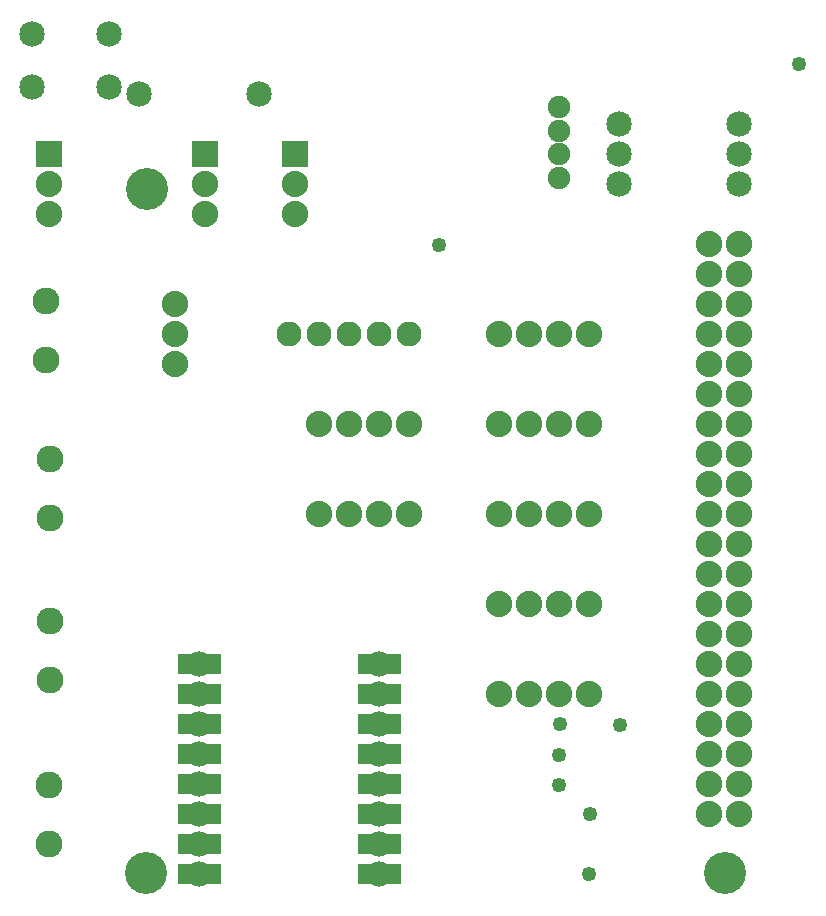
<source format=gts>
G04 MADE WITH FRITZING*
G04 WWW.FRITZING.ORG*
G04 DOUBLE SIDED*
G04 HOLES PLATED*
G04 CONTOUR ON CENTER OF CONTOUR VECTOR*
%ASAXBY*%
%FSLAX23Y23*%
%MOIN*%
%OFA0B0*%
%SFA1.0B1.0*%
%ADD10C,0.049370*%
%ADD11C,0.085000*%
%ADD12C,0.088000*%
%ADD13C,0.140000*%
%ADD14C,0.075000*%
%ADD15C,0.090000*%
%ADD16C,0.083379*%
%ADD17C,0.084000*%
%ADD18R,0.088000X0.088000*%
%ADD19R,0.001000X0.001000*%
%LNMASK1*%
G90*
G70*
G54D10*
X2080Y335D03*
X1980Y634D03*
X2180Y633D03*
X1579Y2232D03*
X2779Y2834D03*
X1979Y533D03*
X1979Y433D03*
X2079Y134D03*
G54D11*
X479Y2757D03*
X223Y2757D03*
X479Y2934D03*
X223Y2934D03*
G54D12*
X799Y2534D03*
X799Y2434D03*
X799Y2334D03*
G54D13*
X606Y2420D03*
X606Y2420D03*
X2530Y139D03*
X2530Y139D03*
X603Y138D03*
X603Y138D03*
G54D14*
X1979Y2455D03*
X1979Y2534D03*
X1979Y2612D03*
X1979Y2691D03*
G54D15*
X280Y978D03*
X280Y781D03*
X280Y1518D03*
X280Y1321D03*
G54D16*
X1479Y1934D03*
X1379Y1934D03*
X1279Y1934D03*
X1179Y1934D03*
X1079Y1934D03*
G54D12*
X699Y2034D03*
X699Y1934D03*
X699Y1834D03*
G54D15*
X279Y431D03*
X279Y234D03*
G54D11*
X979Y2734D03*
X579Y2734D03*
X2579Y2634D03*
X2179Y2634D03*
X2579Y2534D03*
X2179Y2534D03*
X2579Y2434D03*
X2179Y2434D03*
G54D12*
X1099Y2534D03*
X1099Y2434D03*
X1099Y2334D03*
X279Y2534D03*
X279Y2434D03*
X279Y2334D03*
X2079Y734D03*
X1979Y734D03*
X1879Y734D03*
X1779Y734D03*
X1479Y1334D03*
X1379Y1334D03*
X1279Y1334D03*
X1179Y1334D03*
X1479Y1634D03*
X1379Y1634D03*
X1279Y1634D03*
X1179Y1634D03*
X2079Y1034D03*
X1979Y1034D03*
X1879Y1034D03*
X1779Y1034D03*
X2079Y1634D03*
X1979Y1634D03*
X1879Y1634D03*
X1779Y1634D03*
G54D15*
X268Y2046D03*
X268Y1849D03*
G54D12*
X2579Y334D03*
X2579Y434D03*
X2579Y534D03*
X2579Y634D03*
X2579Y734D03*
X2579Y834D03*
X2579Y934D03*
X2579Y1034D03*
X2579Y1134D03*
X2579Y1234D03*
X2579Y1334D03*
X2579Y1434D03*
X2579Y1534D03*
X2579Y1634D03*
X2579Y1734D03*
X2579Y1834D03*
X2579Y1934D03*
X2579Y2034D03*
X2579Y2134D03*
X2579Y2234D03*
X2579Y334D03*
X2579Y434D03*
X2579Y534D03*
X2579Y634D03*
X2579Y734D03*
X2579Y834D03*
X2579Y934D03*
X2579Y1034D03*
X2579Y1134D03*
X2579Y1234D03*
X2579Y1334D03*
X2579Y1434D03*
X2579Y1534D03*
X2579Y1634D03*
X2579Y1734D03*
X2579Y1834D03*
X2579Y1934D03*
X2579Y2034D03*
X2579Y2134D03*
X2579Y2234D03*
X2479Y2234D03*
X2479Y2134D03*
X2479Y2034D03*
X2479Y1934D03*
X2479Y1834D03*
X2479Y1734D03*
X2479Y1634D03*
X2479Y1534D03*
X2479Y1434D03*
X2479Y1334D03*
X2479Y1234D03*
X2479Y1134D03*
X2479Y1034D03*
X2479Y934D03*
X2479Y834D03*
X2479Y734D03*
X2479Y634D03*
X2479Y534D03*
X2479Y434D03*
X2479Y334D03*
X2079Y1934D03*
X1979Y1934D03*
X1879Y1934D03*
X1779Y1934D03*
X2079Y1334D03*
X1979Y1334D03*
X1879Y1334D03*
X1779Y1334D03*
G54D17*
X779Y134D03*
X779Y234D03*
X779Y334D03*
X779Y434D03*
X779Y534D03*
X779Y634D03*
X779Y734D03*
X779Y834D03*
X1379Y834D03*
X1379Y734D03*
X1379Y634D03*
X1379Y534D03*
X1379Y434D03*
X1379Y334D03*
X1379Y234D03*
X1379Y134D03*
G54D18*
X799Y2534D03*
X1099Y2534D03*
X279Y2534D03*
G54D19*
X710Y867D02*
X850Y867D01*
X1310Y867D02*
X1450Y867D01*
X710Y866D02*
X850Y866D01*
X1310Y866D02*
X1450Y866D01*
X710Y865D02*
X850Y865D01*
X1310Y865D02*
X1450Y865D01*
X710Y864D02*
X850Y864D01*
X1310Y864D02*
X1450Y864D01*
X710Y863D02*
X850Y863D01*
X1310Y863D02*
X1450Y863D01*
X710Y862D02*
X850Y862D01*
X1310Y862D02*
X1450Y862D01*
X710Y861D02*
X850Y861D01*
X1310Y861D02*
X1450Y861D01*
X710Y860D02*
X850Y860D01*
X1310Y860D02*
X1450Y860D01*
X710Y859D02*
X850Y859D01*
X1310Y859D02*
X1450Y859D01*
X710Y858D02*
X850Y858D01*
X1310Y858D02*
X1450Y858D01*
X710Y857D02*
X773Y857D01*
X786Y857D02*
X850Y857D01*
X1310Y857D02*
X1373Y857D01*
X1386Y857D02*
X1450Y857D01*
X710Y856D02*
X770Y856D01*
X789Y856D02*
X850Y856D01*
X1310Y856D02*
X1370Y856D01*
X1389Y856D02*
X1450Y856D01*
X710Y855D02*
X768Y855D01*
X791Y855D02*
X850Y855D01*
X1310Y855D02*
X1368Y855D01*
X1391Y855D02*
X1450Y855D01*
X710Y854D02*
X767Y854D01*
X793Y854D02*
X850Y854D01*
X1310Y854D02*
X1366Y854D01*
X1393Y854D02*
X1450Y854D01*
X710Y853D02*
X765Y853D01*
X794Y853D02*
X850Y853D01*
X1310Y853D02*
X1365Y853D01*
X1394Y853D02*
X1450Y853D01*
X710Y852D02*
X764Y852D01*
X796Y852D02*
X850Y852D01*
X1310Y852D02*
X1364Y852D01*
X1396Y852D02*
X1450Y852D01*
X710Y851D02*
X763Y851D01*
X797Y851D02*
X850Y851D01*
X1310Y851D02*
X1363Y851D01*
X1397Y851D02*
X1450Y851D01*
X710Y850D02*
X762Y850D01*
X798Y850D02*
X850Y850D01*
X1310Y850D02*
X1362Y850D01*
X1398Y850D02*
X1450Y850D01*
X710Y849D02*
X761Y849D01*
X799Y849D02*
X850Y849D01*
X1310Y849D02*
X1361Y849D01*
X1398Y849D02*
X1450Y849D01*
X710Y848D02*
X760Y848D01*
X799Y848D02*
X850Y848D01*
X1310Y848D02*
X1360Y848D01*
X1399Y848D02*
X1450Y848D01*
X710Y847D02*
X760Y847D01*
X800Y847D02*
X850Y847D01*
X1310Y847D02*
X1359Y847D01*
X1400Y847D02*
X1450Y847D01*
X710Y846D02*
X759Y846D01*
X801Y846D02*
X850Y846D01*
X1310Y846D02*
X1359Y846D01*
X1401Y846D02*
X1450Y846D01*
X710Y845D02*
X758Y845D01*
X801Y845D02*
X850Y845D01*
X1310Y845D02*
X1358Y845D01*
X1401Y845D02*
X1450Y845D01*
X710Y844D02*
X758Y844D01*
X802Y844D02*
X850Y844D01*
X1310Y844D02*
X1358Y844D01*
X1402Y844D02*
X1450Y844D01*
X710Y843D02*
X757Y843D01*
X802Y843D02*
X850Y843D01*
X1310Y843D02*
X1357Y843D01*
X1402Y843D02*
X1450Y843D01*
X710Y842D02*
X757Y842D01*
X803Y842D02*
X850Y842D01*
X1310Y842D02*
X1357Y842D01*
X1403Y842D02*
X1450Y842D01*
X710Y841D02*
X757Y841D01*
X803Y841D02*
X850Y841D01*
X1310Y841D02*
X1357Y841D01*
X1403Y841D02*
X1450Y841D01*
X710Y840D02*
X756Y840D01*
X803Y840D02*
X850Y840D01*
X1310Y840D02*
X1356Y840D01*
X1403Y840D02*
X1450Y840D01*
X710Y839D02*
X756Y839D01*
X803Y839D02*
X850Y839D01*
X1310Y839D02*
X1356Y839D01*
X1403Y839D02*
X1450Y839D01*
X710Y838D02*
X756Y838D01*
X804Y838D02*
X850Y838D01*
X1310Y838D02*
X1356Y838D01*
X1403Y838D02*
X1450Y838D01*
X710Y837D02*
X756Y837D01*
X804Y837D02*
X850Y837D01*
X1310Y837D02*
X1356Y837D01*
X1404Y837D02*
X1450Y837D01*
X710Y836D02*
X756Y836D01*
X804Y836D02*
X850Y836D01*
X1310Y836D02*
X1356Y836D01*
X1404Y836D02*
X1450Y836D01*
X710Y835D02*
X756Y835D01*
X804Y835D02*
X850Y835D01*
X1310Y835D02*
X1356Y835D01*
X1404Y835D02*
X1450Y835D01*
X710Y834D02*
X756Y834D01*
X804Y834D02*
X850Y834D01*
X1310Y834D02*
X1356Y834D01*
X1404Y834D02*
X1450Y834D01*
X710Y833D02*
X756Y833D01*
X804Y833D02*
X850Y833D01*
X1310Y833D02*
X1356Y833D01*
X1404Y833D02*
X1450Y833D01*
X710Y832D02*
X756Y832D01*
X804Y832D02*
X850Y832D01*
X1310Y832D02*
X1356Y832D01*
X1404Y832D02*
X1450Y832D01*
X710Y831D02*
X756Y831D01*
X804Y831D02*
X850Y831D01*
X1310Y831D02*
X1356Y831D01*
X1404Y831D02*
X1450Y831D01*
X710Y830D02*
X756Y830D01*
X803Y830D02*
X850Y830D01*
X1310Y830D02*
X1356Y830D01*
X1403Y830D02*
X1450Y830D01*
X710Y829D02*
X756Y829D01*
X803Y829D02*
X850Y829D01*
X1310Y829D02*
X1356Y829D01*
X1403Y829D02*
X1450Y829D01*
X710Y828D02*
X757Y828D01*
X803Y828D02*
X850Y828D01*
X1310Y828D02*
X1357Y828D01*
X1403Y828D02*
X1450Y828D01*
X710Y827D02*
X757Y827D01*
X803Y827D02*
X850Y827D01*
X1310Y827D02*
X1357Y827D01*
X1403Y827D02*
X1450Y827D01*
X710Y826D02*
X757Y826D01*
X802Y826D02*
X850Y826D01*
X1310Y826D02*
X1357Y826D01*
X1402Y826D02*
X1450Y826D01*
X710Y825D02*
X758Y825D01*
X802Y825D02*
X850Y825D01*
X1310Y825D02*
X1358Y825D01*
X1402Y825D02*
X1450Y825D01*
X710Y824D02*
X758Y824D01*
X801Y824D02*
X850Y824D01*
X1310Y824D02*
X1358Y824D01*
X1401Y824D02*
X1450Y824D01*
X710Y823D02*
X759Y823D01*
X801Y823D02*
X850Y823D01*
X1310Y823D02*
X1359Y823D01*
X1401Y823D02*
X1450Y823D01*
X710Y822D02*
X759Y822D01*
X800Y822D02*
X850Y822D01*
X1310Y822D02*
X1359Y822D01*
X1400Y822D02*
X1450Y822D01*
X710Y821D02*
X760Y821D01*
X800Y821D02*
X850Y821D01*
X1310Y821D02*
X1360Y821D01*
X1400Y821D02*
X1450Y821D01*
X710Y820D02*
X761Y820D01*
X799Y820D02*
X850Y820D01*
X1310Y820D02*
X1361Y820D01*
X1399Y820D02*
X1450Y820D01*
X710Y819D02*
X762Y819D01*
X798Y819D02*
X850Y819D01*
X1310Y819D02*
X1362Y819D01*
X1398Y819D02*
X1450Y819D01*
X710Y818D02*
X762Y818D01*
X797Y818D02*
X850Y818D01*
X1310Y818D02*
X1362Y818D01*
X1397Y818D02*
X1450Y818D01*
X710Y817D02*
X763Y817D01*
X796Y817D02*
X850Y817D01*
X1310Y817D02*
X1363Y817D01*
X1396Y817D02*
X1450Y817D01*
X710Y816D02*
X765Y816D01*
X795Y816D02*
X850Y816D01*
X1310Y816D02*
X1365Y816D01*
X1395Y816D02*
X1450Y816D01*
X710Y815D02*
X766Y815D01*
X794Y815D02*
X850Y815D01*
X1310Y815D02*
X1366Y815D01*
X1394Y815D02*
X1450Y815D01*
X710Y814D02*
X767Y814D01*
X792Y814D02*
X850Y814D01*
X1310Y814D02*
X1367Y814D01*
X1392Y814D02*
X1450Y814D01*
X710Y813D02*
X769Y813D01*
X790Y813D02*
X850Y813D01*
X1310Y813D02*
X1369Y813D01*
X1390Y813D02*
X1450Y813D01*
X710Y812D02*
X772Y812D01*
X788Y812D02*
X850Y812D01*
X1310Y812D02*
X1372Y812D01*
X1388Y812D02*
X1450Y812D01*
X710Y811D02*
X850Y811D01*
X1310Y811D02*
X1450Y811D01*
X710Y810D02*
X850Y810D01*
X1310Y810D02*
X1450Y810D01*
X710Y809D02*
X850Y809D01*
X1310Y809D02*
X1450Y809D01*
X710Y808D02*
X850Y808D01*
X1310Y808D02*
X1450Y808D01*
X710Y807D02*
X850Y807D01*
X1310Y807D02*
X1450Y807D01*
X710Y806D02*
X850Y806D01*
X1310Y806D02*
X1450Y806D01*
X710Y805D02*
X850Y805D01*
X1310Y805D02*
X1450Y805D01*
X710Y804D02*
X850Y804D01*
X1310Y804D02*
X1450Y804D01*
X710Y803D02*
X850Y803D01*
X1310Y803D02*
X1450Y803D01*
X710Y802D02*
X850Y802D01*
X1310Y802D02*
X1450Y802D01*
X710Y801D02*
X850Y801D01*
X1310Y801D02*
X1450Y801D01*
X780Y768D02*
X780Y768D01*
X1380Y768D02*
X1380Y768D01*
X710Y767D02*
X850Y767D01*
X1310Y767D02*
X1450Y767D01*
X710Y766D02*
X850Y766D01*
X1310Y766D02*
X1450Y766D01*
X710Y765D02*
X850Y765D01*
X1310Y765D02*
X1450Y765D01*
X710Y764D02*
X850Y764D01*
X1310Y764D02*
X1450Y764D01*
X710Y763D02*
X850Y763D01*
X1310Y763D02*
X1450Y763D01*
X710Y762D02*
X850Y762D01*
X1310Y762D02*
X1450Y762D01*
X710Y761D02*
X850Y761D01*
X1310Y761D02*
X1450Y761D01*
X710Y760D02*
X850Y760D01*
X1310Y760D02*
X1450Y760D01*
X710Y759D02*
X850Y759D01*
X1310Y759D02*
X1450Y759D01*
X710Y758D02*
X850Y758D01*
X1310Y758D02*
X1450Y758D01*
X710Y757D02*
X773Y757D01*
X786Y757D02*
X850Y757D01*
X1310Y757D02*
X1373Y757D01*
X1386Y757D02*
X1450Y757D01*
X710Y756D02*
X770Y756D01*
X789Y756D02*
X850Y756D01*
X1310Y756D02*
X1370Y756D01*
X1389Y756D02*
X1450Y756D01*
X710Y755D02*
X768Y755D01*
X791Y755D02*
X850Y755D01*
X1310Y755D02*
X1368Y755D01*
X1391Y755D02*
X1450Y755D01*
X710Y754D02*
X767Y754D01*
X793Y754D02*
X850Y754D01*
X1310Y754D02*
X1366Y754D01*
X1393Y754D02*
X1450Y754D01*
X710Y753D02*
X765Y753D01*
X794Y753D02*
X850Y753D01*
X1310Y753D02*
X1365Y753D01*
X1394Y753D02*
X1450Y753D01*
X710Y752D02*
X764Y752D01*
X796Y752D02*
X850Y752D01*
X1310Y752D02*
X1364Y752D01*
X1396Y752D02*
X1450Y752D01*
X710Y751D02*
X763Y751D01*
X797Y751D02*
X850Y751D01*
X1310Y751D02*
X1363Y751D01*
X1397Y751D02*
X1450Y751D01*
X710Y750D02*
X762Y750D01*
X798Y750D02*
X850Y750D01*
X1310Y750D02*
X1362Y750D01*
X1398Y750D02*
X1450Y750D01*
X710Y749D02*
X761Y749D01*
X799Y749D02*
X850Y749D01*
X1310Y749D02*
X1361Y749D01*
X1398Y749D02*
X1450Y749D01*
X710Y748D02*
X760Y748D01*
X799Y748D02*
X850Y748D01*
X1310Y748D02*
X1360Y748D01*
X1399Y748D02*
X1450Y748D01*
X710Y747D02*
X760Y747D01*
X800Y747D02*
X850Y747D01*
X1310Y747D02*
X1359Y747D01*
X1400Y747D02*
X1450Y747D01*
X710Y746D02*
X759Y746D01*
X801Y746D02*
X850Y746D01*
X1310Y746D02*
X1359Y746D01*
X1401Y746D02*
X1450Y746D01*
X710Y745D02*
X758Y745D01*
X801Y745D02*
X850Y745D01*
X1310Y745D02*
X1358Y745D01*
X1401Y745D02*
X1450Y745D01*
X710Y744D02*
X758Y744D01*
X802Y744D02*
X850Y744D01*
X1310Y744D02*
X1358Y744D01*
X1402Y744D02*
X1450Y744D01*
X710Y743D02*
X757Y743D01*
X802Y743D02*
X850Y743D01*
X1310Y743D02*
X1357Y743D01*
X1402Y743D02*
X1450Y743D01*
X710Y742D02*
X757Y742D01*
X803Y742D02*
X850Y742D01*
X1310Y742D02*
X1357Y742D01*
X1403Y742D02*
X1450Y742D01*
X710Y741D02*
X757Y741D01*
X803Y741D02*
X850Y741D01*
X1310Y741D02*
X1357Y741D01*
X1403Y741D02*
X1450Y741D01*
X710Y740D02*
X756Y740D01*
X803Y740D02*
X850Y740D01*
X1310Y740D02*
X1356Y740D01*
X1403Y740D02*
X1450Y740D01*
X710Y739D02*
X756Y739D01*
X803Y739D02*
X850Y739D01*
X1310Y739D02*
X1356Y739D01*
X1403Y739D02*
X1450Y739D01*
X710Y738D02*
X756Y738D01*
X804Y738D02*
X850Y738D01*
X1310Y738D02*
X1356Y738D01*
X1403Y738D02*
X1450Y738D01*
X710Y737D02*
X756Y737D01*
X804Y737D02*
X850Y737D01*
X1310Y737D02*
X1356Y737D01*
X1404Y737D02*
X1450Y737D01*
X710Y736D02*
X756Y736D01*
X804Y736D02*
X850Y736D01*
X1310Y736D02*
X1356Y736D01*
X1404Y736D02*
X1450Y736D01*
X710Y735D02*
X756Y735D01*
X804Y735D02*
X850Y735D01*
X1310Y735D02*
X1356Y735D01*
X1404Y735D02*
X1450Y735D01*
X710Y734D02*
X756Y734D01*
X804Y734D02*
X850Y734D01*
X1310Y734D02*
X1356Y734D01*
X1404Y734D02*
X1450Y734D01*
X710Y733D02*
X756Y733D01*
X804Y733D02*
X850Y733D01*
X1310Y733D02*
X1356Y733D01*
X1404Y733D02*
X1450Y733D01*
X710Y732D02*
X756Y732D01*
X804Y732D02*
X850Y732D01*
X1310Y732D02*
X1356Y732D01*
X1404Y732D02*
X1450Y732D01*
X710Y731D02*
X756Y731D01*
X804Y731D02*
X850Y731D01*
X1310Y731D02*
X1356Y731D01*
X1404Y731D02*
X1450Y731D01*
X710Y730D02*
X756Y730D01*
X803Y730D02*
X850Y730D01*
X1310Y730D02*
X1356Y730D01*
X1403Y730D02*
X1450Y730D01*
X710Y729D02*
X756Y729D01*
X803Y729D02*
X850Y729D01*
X1310Y729D02*
X1356Y729D01*
X1403Y729D02*
X1450Y729D01*
X710Y728D02*
X757Y728D01*
X803Y728D02*
X850Y728D01*
X1310Y728D02*
X1357Y728D01*
X1403Y728D02*
X1450Y728D01*
X710Y727D02*
X757Y727D01*
X803Y727D02*
X850Y727D01*
X1310Y727D02*
X1357Y727D01*
X1403Y727D02*
X1450Y727D01*
X710Y726D02*
X757Y726D01*
X802Y726D02*
X850Y726D01*
X1310Y726D02*
X1357Y726D01*
X1402Y726D02*
X1450Y726D01*
X710Y725D02*
X758Y725D01*
X802Y725D02*
X850Y725D01*
X1310Y725D02*
X1358Y725D01*
X1402Y725D02*
X1450Y725D01*
X710Y724D02*
X758Y724D01*
X801Y724D02*
X850Y724D01*
X1310Y724D02*
X1358Y724D01*
X1401Y724D02*
X1450Y724D01*
X710Y723D02*
X759Y723D01*
X801Y723D02*
X850Y723D01*
X1310Y723D02*
X1359Y723D01*
X1401Y723D02*
X1450Y723D01*
X710Y722D02*
X759Y722D01*
X800Y722D02*
X850Y722D01*
X1310Y722D02*
X1359Y722D01*
X1400Y722D02*
X1450Y722D01*
X710Y721D02*
X760Y721D01*
X800Y721D02*
X850Y721D01*
X1310Y721D02*
X1360Y721D01*
X1400Y721D02*
X1450Y721D01*
X710Y720D02*
X761Y720D01*
X799Y720D02*
X850Y720D01*
X1310Y720D02*
X1361Y720D01*
X1399Y720D02*
X1450Y720D01*
X710Y719D02*
X762Y719D01*
X798Y719D02*
X850Y719D01*
X1310Y719D02*
X1362Y719D01*
X1398Y719D02*
X1450Y719D01*
X710Y718D02*
X762Y718D01*
X797Y718D02*
X850Y718D01*
X1310Y718D02*
X1362Y718D01*
X1397Y718D02*
X1450Y718D01*
X710Y717D02*
X763Y717D01*
X796Y717D02*
X850Y717D01*
X1310Y717D02*
X1363Y717D01*
X1396Y717D02*
X1450Y717D01*
X710Y716D02*
X765Y716D01*
X795Y716D02*
X850Y716D01*
X1310Y716D02*
X1365Y716D01*
X1395Y716D02*
X1450Y716D01*
X710Y715D02*
X766Y715D01*
X794Y715D02*
X850Y715D01*
X1310Y715D02*
X1366Y715D01*
X1394Y715D02*
X1450Y715D01*
X710Y714D02*
X767Y714D01*
X792Y714D02*
X850Y714D01*
X1310Y714D02*
X1367Y714D01*
X1392Y714D02*
X1450Y714D01*
X710Y713D02*
X769Y713D01*
X790Y713D02*
X850Y713D01*
X1310Y713D02*
X1369Y713D01*
X1390Y713D02*
X1450Y713D01*
X710Y712D02*
X772Y712D01*
X788Y712D02*
X850Y712D01*
X1310Y712D02*
X1372Y712D01*
X1388Y712D02*
X1450Y712D01*
X710Y711D02*
X850Y711D01*
X1310Y711D02*
X1450Y711D01*
X710Y710D02*
X850Y710D01*
X1310Y710D02*
X1450Y710D01*
X710Y709D02*
X850Y709D01*
X1310Y709D02*
X1450Y709D01*
X710Y708D02*
X850Y708D01*
X1310Y708D02*
X1450Y708D01*
X710Y707D02*
X850Y707D01*
X1310Y707D02*
X1450Y707D01*
X710Y706D02*
X850Y706D01*
X1310Y706D02*
X1450Y706D01*
X710Y705D02*
X850Y705D01*
X1310Y705D02*
X1450Y705D01*
X710Y704D02*
X850Y704D01*
X1310Y704D02*
X1450Y704D01*
X710Y703D02*
X850Y703D01*
X1310Y703D02*
X1450Y703D01*
X710Y702D02*
X850Y702D01*
X1310Y702D02*
X1450Y702D01*
X710Y701D02*
X850Y701D01*
X1310Y701D02*
X1450Y701D01*
X780Y668D02*
X780Y668D01*
X1380Y668D02*
X1380Y668D01*
X710Y667D02*
X850Y667D01*
X1310Y667D02*
X1450Y667D01*
X710Y666D02*
X850Y666D01*
X1310Y666D02*
X1450Y666D01*
X710Y665D02*
X850Y665D01*
X1310Y665D02*
X1450Y665D01*
X710Y664D02*
X850Y664D01*
X1310Y664D02*
X1450Y664D01*
X710Y663D02*
X850Y663D01*
X1310Y663D02*
X1450Y663D01*
X710Y662D02*
X850Y662D01*
X1310Y662D02*
X1450Y662D01*
X710Y661D02*
X850Y661D01*
X1310Y661D02*
X1450Y661D01*
X710Y660D02*
X850Y660D01*
X1310Y660D02*
X1450Y660D01*
X710Y659D02*
X850Y659D01*
X1310Y659D02*
X1450Y659D01*
X710Y658D02*
X850Y658D01*
X1310Y658D02*
X1450Y658D01*
X710Y657D02*
X773Y657D01*
X786Y657D02*
X850Y657D01*
X1310Y657D02*
X1373Y657D01*
X1386Y657D02*
X1450Y657D01*
X710Y656D02*
X770Y656D01*
X789Y656D02*
X850Y656D01*
X1310Y656D02*
X1370Y656D01*
X1389Y656D02*
X1450Y656D01*
X710Y655D02*
X768Y655D01*
X791Y655D02*
X850Y655D01*
X1310Y655D02*
X1368Y655D01*
X1391Y655D02*
X1450Y655D01*
X710Y654D02*
X767Y654D01*
X793Y654D02*
X850Y654D01*
X1310Y654D02*
X1366Y654D01*
X1393Y654D02*
X1450Y654D01*
X710Y653D02*
X765Y653D01*
X794Y653D02*
X850Y653D01*
X1310Y653D02*
X1365Y653D01*
X1394Y653D02*
X1450Y653D01*
X710Y652D02*
X764Y652D01*
X796Y652D02*
X850Y652D01*
X1310Y652D02*
X1364Y652D01*
X1396Y652D02*
X1450Y652D01*
X710Y651D02*
X763Y651D01*
X797Y651D02*
X850Y651D01*
X1310Y651D02*
X1363Y651D01*
X1397Y651D02*
X1450Y651D01*
X710Y650D02*
X762Y650D01*
X798Y650D02*
X850Y650D01*
X1310Y650D02*
X1362Y650D01*
X1398Y650D02*
X1450Y650D01*
X710Y649D02*
X761Y649D01*
X799Y649D02*
X850Y649D01*
X1310Y649D02*
X1361Y649D01*
X1398Y649D02*
X1450Y649D01*
X710Y648D02*
X760Y648D01*
X799Y648D02*
X850Y648D01*
X1310Y648D02*
X1360Y648D01*
X1399Y648D02*
X1450Y648D01*
X710Y647D02*
X760Y647D01*
X800Y647D02*
X850Y647D01*
X1310Y647D02*
X1359Y647D01*
X1400Y647D02*
X1450Y647D01*
X710Y646D02*
X759Y646D01*
X801Y646D02*
X850Y646D01*
X1310Y646D02*
X1359Y646D01*
X1401Y646D02*
X1450Y646D01*
X710Y645D02*
X758Y645D01*
X801Y645D02*
X850Y645D01*
X1310Y645D02*
X1358Y645D01*
X1401Y645D02*
X1450Y645D01*
X710Y644D02*
X758Y644D01*
X802Y644D02*
X850Y644D01*
X1310Y644D02*
X1358Y644D01*
X1402Y644D02*
X1450Y644D01*
X710Y643D02*
X757Y643D01*
X802Y643D02*
X850Y643D01*
X1310Y643D02*
X1357Y643D01*
X1402Y643D02*
X1450Y643D01*
X710Y642D02*
X757Y642D01*
X803Y642D02*
X850Y642D01*
X1310Y642D02*
X1357Y642D01*
X1403Y642D02*
X1450Y642D01*
X710Y641D02*
X757Y641D01*
X803Y641D02*
X850Y641D01*
X1310Y641D02*
X1357Y641D01*
X1403Y641D02*
X1450Y641D01*
X710Y640D02*
X756Y640D01*
X803Y640D02*
X850Y640D01*
X1310Y640D02*
X1356Y640D01*
X1403Y640D02*
X1450Y640D01*
X710Y639D02*
X756Y639D01*
X803Y639D02*
X850Y639D01*
X1310Y639D02*
X1356Y639D01*
X1403Y639D02*
X1450Y639D01*
X710Y638D02*
X756Y638D01*
X804Y638D02*
X850Y638D01*
X1310Y638D02*
X1356Y638D01*
X1403Y638D02*
X1450Y638D01*
X710Y637D02*
X756Y637D01*
X804Y637D02*
X850Y637D01*
X1310Y637D02*
X1356Y637D01*
X1404Y637D02*
X1450Y637D01*
X710Y636D02*
X756Y636D01*
X804Y636D02*
X850Y636D01*
X1310Y636D02*
X1356Y636D01*
X1404Y636D02*
X1450Y636D01*
X710Y635D02*
X756Y635D01*
X804Y635D02*
X850Y635D01*
X1310Y635D02*
X1356Y635D01*
X1404Y635D02*
X1450Y635D01*
X710Y634D02*
X756Y634D01*
X804Y634D02*
X850Y634D01*
X1310Y634D02*
X1356Y634D01*
X1404Y634D02*
X1450Y634D01*
X710Y633D02*
X756Y633D01*
X804Y633D02*
X850Y633D01*
X1310Y633D02*
X1356Y633D01*
X1404Y633D02*
X1450Y633D01*
X710Y632D02*
X756Y632D01*
X804Y632D02*
X850Y632D01*
X1310Y632D02*
X1356Y632D01*
X1404Y632D02*
X1450Y632D01*
X710Y631D02*
X756Y631D01*
X804Y631D02*
X850Y631D01*
X1310Y631D02*
X1356Y631D01*
X1404Y631D02*
X1450Y631D01*
X710Y630D02*
X756Y630D01*
X803Y630D02*
X850Y630D01*
X1310Y630D02*
X1356Y630D01*
X1403Y630D02*
X1450Y630D01*
X710Y629D02*
X756Y629D01*
X803Y629D02*
X850Y629D01*
X1310Y629D02*
X1356Y629D01*
X1403Y629D02*
X1450Y629D01*
X710Y628D02*
X757Y628D01*
X803Y628D02*
X850Y628D01*
X1310Y628D02*
X1357Y628D01*
X1403Y628D02*
X1450Y628D01*
X710Y627D02*
X757Y627D01*
X803Y627D02*
X850Y627D01*
X1310Y627D02*
X1357Y627D01*
X1403Y627D02*
X1450Y627D01*
X710Y626D02*
X757Y626D01*
X802Y626D02*
X850Y626D01*
X1310Y626D02*
X1357Y626D01*
X1402Y626D02*
X1450Y626D01*
X710Y625D02*
X758Y625D01*
X802Y625D02*
X850Y625D01*
X1310Y625D02*
X1358Y625D01*
X1402Y625D02*
X1450Y625D01*
X710Y624D02*
X758Y624D01*
X801Y624D02*
X850Y624D01*
X1310Y624D02*
X1358Y624D01*
X1401Y624D02*
X1450Y624D01*
X710Y623D02*
X759Y623D01*
X801Y623D02*
X850Y623D01*
X1310Y623D02*
X1359Y623D01*
X1401Y623D02*
X1450Y623D01*
X710Y622D02*
X759Y622D01*
X800Y622D02*
X850Y622D01*
X1310Y622D02*
X1359Y622D01*
X1400Y622D02*
X1450Y622D01*
X710Y621D02*
X760Y621D01*
X800Y621D02*
X850Y621D01*
X1310Y621D02*
X1360Y621D01*
X1400Y621D02*
X1450Y621D01*
X710Y620D02*
X761Y620D01*
X799Y620D02*
X850Y620D01*
X1310Y620D02*
X1361Y620D01*
X1399Y620D02*
X1450Y620D01*
X710Y619D02*
X762Y619D01*
X798Y619D02*
X850Y619D01*
X1310Y619D02*
X1362Y619D01*
X1398Y619D02*
X1450Y619D01*
X710Y618D02*
X762Y618D01*
X797Y618D02*
X850Y618D01*
X1310Y618D02*
X1362Y618D01*
X1397Y618D02*
X1450Y618D01*
X710Y617D02*
X763Y617D01*
X796Y617D02*
X850Y617D01*
X1310Y617D02*
X1363Y617D01*
X1396Y617D02*
X1450Y617D01*
X710Y616D02*
X765Y616D01*
X795Y616D02*
X850Y616D01*
X1310Y616D02*
X1365Y616D01*
X1395Y616D02*
X1450Y616D01*
X710Y615D02*
X766Y615D01*
X794Y615D02*
X850Y615D01*
X1310Y615D02*
X1366Y615D01*
X1394Y615D02*
X1450Y615D01*
X710Y614D02*
X767Y614D01*
X792Y614D02*
X850Y614D01*
X1310Y614D02*
X1367Y614D01*
X1392Y614D02*
X1450Y614D01*
X710Y613D02*
X769Y613D01*
X790Y613D02*
X850Y613D01*
X1310Y613D02*
X1369Y613D01*
X1390Y613D02*
X1450Y613D01*
X710Y612D02*
X772Y612D01*
X788Y612D02*
X850Y612D01*
X1310Y612D02*
X1372Y612D01*
X1388Y612D02*
X1450Y612D01*
X710Y611D02*
X850Y611D01*
X1310Y611D02*
X1450Y611D01*
X710Y610D02*
X850Y610D01*
X1310Y610D02*
X1450Y610D01*
X710Y609D02*
X850Y609D01*
X1310Y609D02*
X1450Y609D01*
X710Y608D02*
X850Y608D01*
X1310Y608D02*
X1450Y608D01*
X710Y607D02*
X850Y607D01*
X1310Y607D02*
X1450Y607D01*
X710Y606D02*
X850Y606D01*
X1310Y606D02*
X1450Y606D01*
X710Y605D02*
X850Y605D01*
X1310Y605D02*
X1450Y605D01*
X710Y604D02*
X850Y604D01*
X1310Y604D02*
X1450Y604D01*
X710Y603D02*
X850Y603D01*
X1310Y603D02*
X1450Y603D01*
X710Y602D02*
X850Y602D01*
X1310Y602D02*
X1450Y602D01*
X710Y601D02*
X850Y601D01*
X1310Y601D02*
X1450Y601D01*
X779Y568D02*
X781Y568D01*
X1379Y568D02*
X1380Y568D01*
X710Y567D02*
X850Y567D01*
X1310Y567D02*
X1450Y567D01*
X710Y566D02*
X850Y566D01*
X1310Y566D02*
X1450Y566D01*
X710Y565D02*
X850Y565D01*
X1310Y565D02*
X1450Y565D01*
X710Y564D02*
X850Y564D01*
X1310Y564D02*
X1450Y564D01*
X710Y563D02*
X850Y563D01*
X1310Y563D02*
X1450Y563D01*
X710Y562D02*
X850Y562D01*
X1310Y562D02*
X1450Y562D01*
X710Y561D02*
X850Y561D01*
X1310Y561D02*
X1450Y561D01*
X710Y560D02*
X850Y560D01*
X1310Y560D02*
X1450Y560D01*
X710Y559D02*
X850Y559D01*
X1310Y559D02*
X1450Y559D01*
X710Y558D02*
X850Y558D01*
X1310Y558D02*
X1450Y558D01*
X710Y557D02*
X773Y557D01*
X786Y557D02*
X850Y557D01*
X1310Y557D02*
X1373Y557D01*
X1386Y557D02*
X1450Y557D01*
X710Y556D02*
X770Y556D01*
X789Y556D02*
X850Y556D01*
X1310Y556D02*
X1370Y556D01*
X1389Y556D02*
X1450Y556D01*
X710Y555D02*
X768Y555D01*
X791Y555D02*
X850Y555D01*
X1310Y555D02*
X1368Y555D01*
X1391Y555D02*
X1450Y555D01*
X710Y554D02*
X766Y554D01*
X793Y554D02*
X850Y554D01*
X1310Y554D02*
X1366Y554D01*
X1393Y554D02*
X1450Y554D01*
X710Y553D02*
X765Y553D01*
X794Y553D02*
X850Y553D01*
X1310Y553D02*
X1365Y553D01*
X1394Y553D02*
X1450Y553D01*
X710Y552D02*
X764Y552D01*
X796Y552D02*
X850Y552D01*
X1310Y552D02*
X1364Y552D01*
X1396Y552D02*
X1450Y552D01*
X710Y551D02*
X763Y551D01*
X797Y551D02*
X850Y551D01*
X1310Y551D02*
X1363Y551D01*
X1397Y551D02*
X1450Y551D01*
X710Y550D02*
X762Y550D01*
X798Y550D02*
X850Y550D01*
X1310Y550D02*
X1362Y550D01*
X1398Y550D02*
X1450Y550D01*
X710Y549D02*
X761Y549D01*
X799Y549D02*
X850Y549D01*
X1310Y549D02*
X1361Y549D01*
X1398Y549D02*
X1450Y549D01*
X710Y548D02*
X760Y548D01*
X799Y548D02*
X850Y548D01*
X1310Y548D02*
X1360Y548D01*
X1399Y548D02*
X1450Y548D01*
X710Y547D02*
X760Y547D01*
X800Y547D02*
X850Y547D01*
X1310Y547D02*
X1359Y547D01*
X1400Y547D02*
X1450Y547D01*
X710Y546D02*
X759Y546D01*
X801Y546D02*
X850Y546D01*
X1310Y546D02*
X1359Y546D01*
X1401Y546D02*
X1450Y546D01*
X710Y545D02*
X758Y545D01*
X801Y545D02*
X850Y545D01*
X1310Y545D02*
X1358Y545D01*
X1401Y545D02*
X1450Y545D01*
X710Y544D02*
X758Y544D01*
X802Y544D02*
X850Y544D01*
X1310Y544D02*
X1358Y544D01*
X1402Y544D02*
X1450Y544D01*
X710Y543D02*
X757Y543D01*
X802Y543D02*
X850Y543D01*
X1310Y543D02*
X1357Y543D01*
X1402Y543D02*
X1450Y543D01*
X710Y542D02*
X757Y542D01*
X803Y542D02*
X850Y542D01*
X1310Y542D02*
X1357Y542D01*
X1403Y542D02*
X1450Y542D01*
X710Y541D02*
X757Y541D01*
X803Y541D02*
X850Y541D01*
X1310Y541D02*
X1357Y541D01*
X1403Y541D02*
X1450Y541D01*
X710Y540D02*
X756Y540D01*
X803Y540D02*
X850Y540D01*
X1310Y540D02*
X1356Y540D01*
X1403Y540D02*
X1450Y540D01*
X710Y539D02*
X756Y539D01*
X803Y539D02*
X850Y539D01*
X1310Y539D02*
X1356Y539D01*
X1403Y539D02*
X1450Y539D01*
X710Y538D02*
X756Y538D01*
X804Y538D02*
X850Y538D01*
X1310Y538D02*
X1356Y538D01*
X1403Y538D02*
X1450Y538D01*
X710Y537D02*
X756Y537D01*
X804Y537D02*
X850Y537D01*
X1310Y537D02*
X1356Y537D01*
X1404Y537D02*
X1450Y537D01*
X710Y536D02*
X756Y536D01*
X804Y536D02*
X850Y536D01*
X1310Y536D02*
X1356Y536D01*
X1404Y536D02*
X1450Y536D01*
X710Y535D02*
X756Y535D01*
X804Y535D02*
X850Y535D01*
X1310Y535D02*
X1356Y535D01*
X1404Y535D02*
X1450Y535D01*
X710Y534D02*
X756Y534D01*
X804Y534D02*
X850Y534D01*
X1310Y534D02*
X1356Y534D01*
X1404Y534D02*
X1450Y534D01*
X710Y533D02*
X756Y533D01*
X804Y533D02*
X850Y533D01*
X1310Y533D02*
X1356Y533D01*
X1404Y533D02*
X1450Y533D01*
X710Y532D02*
X756Y532D01*
X804Y532D02*
X850Y532D01*
X1310Y532D02*
X1356Y532D01*
X1404Y532D02*
X1450Y532D01*
X710Y531D02*
X756Y531D01*
X804Y531D02*
X850Y531D01*
X1310Y531D02*
X1356Y531D01*
X1404Y531D02*
X1450Y531D01*
X710Y530D02*
X756Y530D01*
X803Y530D02*
X850Y530D01*
X1310Y530D02*
X1356Y530D01*
X1403Y530D02*
X1450Y530D01*
X710Y529D02*
X756Y529D01*
X803Y529D02*
X850Y529D01*
X1310Y529D02*
X1356Y529D01*
X1403Y529D02*
X1450Y529D01*
X710Y528D02*
X757Y528D01*
X803Y528D02*
X850Y528D01*
X1310Y528D02*
X1357Y528D01*
X1403Y528D02*
X1450Y528D01*
X710Y527D02*
X757Y527D01*
X803Y527D02*
X850Y527D01*
X1310Y527D02*
X1357Y527D01*
X1403Y527D02*
X1450Y527D01*
X710Y526D02*
X757Y526D01*
X802Y526D02*
X850Y526D01*
X1310Y526D02*
X1357Y526D01*
X1402Y526D02*
X1450Y526D01*
X710Y525D02*
X758Y525D01*
X802Y525D02*
X850Y525D01*
X1310Y525D02*
X1358Y525D01*
X1402Y525D02*
X1450Y525D01*
X710Y524D02*
X758Y524D01*
X801Y524D02*
X850Y524D01*
X1310Y524D02*
X1358Y524D01*
X1401Y524D02*
X1450Y524D01*
X710Y523D02*
X759Y523D01*
X801Y523D02*
X850Y523D01*
X1310Y523D02*
X1359Y523D01*
X1401Y523D02*
X1450Y523D01*
X710Y522D02*
X759Y522D01*
X800Y522D02*
X850Y522D01*
X1310Y522D02*
X1359Y522D01*
X1400Y522D02*
X1450Y522D01*
X710Y521D02*
X760Y521D01*
X800Y521D02*
X850Y521D01*
X1310Y521D02*
X1360Y521D01*
X1400Y521D02*
X1450Y521D01*
X710Y520D02*
X761Y520D01*
X799Y520D02*
X850Y520D01*
X1310Y520D02*
X1361Y520D01*
X1399Y520D02*
X1450Y520D01*
X710Y519D02*
X762Y519D01*
X798Y519D02*
X850Y519D01*
X1310Y519D02*
X1362Y519D01*
X1398Y519D02*
X1450Y519D01*
X710Y518D02*
X762Y518D01*
X797Y518D02*
X850Y518D01*
X1310Y518D02*
X1362Y518D01*
X1397Y518D02*
X1450Y518D01*
X710Y517D02*
X763Y517D01*
X796Y517D02*
X850Y517D01*
X1310Y517D02*
X1363Y517D01*
X1396Y517D02*
X1450Y517D01*
X710Y516D02*
X765Y516D01*
X795Y516D02*
X850Y516D01*
X1310Y516D02*
X1365Y516D01*
X1395Y516D02*
X1450Y516D01*
X710Y515D02*
X766Y515D01*
X794Y515D02*
X850Y515D01*
X1310Y515D02*
X1366Y515D01*
X1394Y515D02*
X1450Y515D01*
X710Y514D02*
X767Y514D01*
X792Y514D02*
X850Y514D01*
X1310Y514D02*
X1367Y514D01*
X1392Y514D02*
X1450Y514D01*
X710Y513D02*
X769Y513D01*
X790Y513D02*
X850Y513D01*
X1310Y513D02*
X1369Y513D01*
X1390Y513D02*
X1450Y513D01*
X710Y512D02*
X772Y512D01*
X788Y512D02*
X850Y512D01*
X1310Y512D02*
X1372Y512D01*
X1388Y512D02*
X1450Y512D01*
X710Y511D02*
X850Y511D01*
X1310Y511D02*
X1450Y511D01*
X710Y510D02*
X850Y510D01*
X1310Y510D02*
X1450Y510D01*
X710Y509D02*
X850Y509D01*
X1310Y509D02*
X1450Y509D01*
X710Y508D02*
X850Y508D01*
X1310Y508D02*
X1450Y508D01*
X710Y507D02*
X850Y507D01*
X1310Y507D02*
X1450Y507D01*
X710Y506D02*
X850Y506D01*
X1310Y506D02*
X1450Y506D01*
X710Y505D02*
X850Y505D01*
X1310Y505D02*
X1450Y505D01*
X710Y504D02*
X850Y504D01*
X1310Y504D02*
X1450Y504D01*
X710Y503D02*
X850Y503D01*
X1310Y503D02*
X1450Y503D01*
X710Y502D02*
X850Y502D01*
X1310Y502D02*
X1450Y502D01*
X710Y501D02*
X850Y501D01*
X1310Y501D02*
X1450Y501D01*
X779Y468D02*
X781Y468D01*
X1379Y468D02*
X1380Y468D01*
X710Y467D02*
X850Y467D01*
X1310Y467D02*
X1450Y467D01*
X710Y466D02*
X850Y466D01*
X1310Y466D02*
X1450Y466D01*
X710Y465D02*
X850Y465D01*
X1310Y465D02*
X1450Y465D01*
X710Y464D02*
X850Y464D01*
X1310Y464D02*
X1450Y464D01*
X710Y463D02*
X850Y463D01*
X1310Y463D02*
X1450Y463D01*
X710Y462D02*
X850Y462D01*
X1310Y462D02*
X1450Y462D01*
X710Y461D02*
X850Y461D01*
X1310Y461D02*
X1450Y461D01*
X710Y460D02*
X850Y460D01*
X1310Y460D02*
X1450Y460D01*
X710Y459D02*
X850Y459D01*
X1310Y459D02*
X1450Y459D01*
X710Y458D02*
X850Y458D01*
X1310Y458D02*
X1450Y458D01*
X710Y457D02*
X773Y457D01*
X787Y457D02*
X850Y457D01*
X1310Y457D02*
X1373Y457D01*
X1386Y457D02*
X1450Y457D01*
X710Y456D02*
X770Y456D01*
X789Y456D02*
X850Y456D01*
X1310Y456D02*
X1370Y456D01*
X1389Y456D02*
X1450Y456D01*
X710Y455D02*
X768Y455D01*
X791Y455D02*
X850Y455D01*
X1310Y455D02*
X1368Y455D01*
X1391Y455D02*
X1450Y455D01*
X710Y454D02*
X766Y454D01*
X793Y454D02*
X850Y454D01*
X1310Y454D02*
X1366Y454D01*
X1393Y454D02*
X1450Y454D01*
X710Y453D02*
X765Y453D01*
X794Y453D02*
X850Y453D01*
X1310Y453D02*
X1365Y453D01*
X1394Y453D02*
X1450Y453D01*
X710Y452D02*
X764Y452D01*
X796Y452D02*
X850Y452D01*
X1310Y452D02*
X1364Y452D01*
X1396Y452D02*
X1450Y452D01*
X710Y451D02*
X763Y451D01*
X797Y451D02*
X850Y451D01*
X1310Y451D02*
X1363Y451D01*
X1397Y451D02*
X1450Y451D01*
X710Y450D02*
X762Y450D01*
X798Y450D02*
X850Y450D01*
X1310Y450D02*
X1362Y450D01*
X1398Y450D02*
X1450Y450D01*
X710Y449D02*
X761Y449D01*
X799Y449D02*
X850Y449D01*
X1310Y449D02*
X1361Y449D01*
X1398Y449D02*
X1450Y449D01*
X710Y448D02*
X760Y448D01*
X799Y448D02*
X850Y448D01*
X1310Y448D02*
X1360Y448D01*
X1399Y448D02*
X1450Y448D01*
X710Y447D02*
X760Y447D01*
X800Y447D02*
X850Y447D01*
X1310Y447D02*
X1359Y447D01*
X1400Y447D02*
X1450Y447D01*
X710Y446D02*
X759Y446D01*
X801Y446D02*
X850Y446D01*
X1310Y446D02*
X1359Y446D01*
X1401Y446D02*
X1450Y446D01*
X710Y445D02*
X758Y445D01*
X801Y445D02*
X850Y445D01*
X1310Y445D02*
X1358Y445D01*
X1401Y445D02*
X1450Y445D01*
X710Y444D02*
X758Y444D01*
X802Y444D02*
X850Y444D01*
X1310Y444D02*
X1358Y444D01*
X1402Y444D02*
X1450Y444D01*
X710Y443D02*
X757Y443D01*
X802Y443D02*
X850Y443D01*
X1310Y443D02*
X1357Y443D01*
X1402Y443D02*
X1450Y443D01*
X710Y442D02*
X757Y442D01*
X803Y442D02*
X850Y442D01*
X1310Y442D02*
X1357Y442D01*
X1403Y442D02*
X1450Y442D01*
X710Y441D02*
X757Y441D01*
X803Y441D02*
X850Y441D01*
X1310Y441D02*
X1357Y441D01*
X1403Y441D02*
X1450Y441D01*
X710Y440D02*
X756Y440D01*
X803Y440D02*
X850Y440D01*
X1310Y440D02*
X1356Y440D01*
X1403Y440D02*
X1450Y440D01*
X710Y439D02*
X756Y439D01*
X803Y439D02*
X850Y439D01*
X1310Y439D02*
X1356Y439D01*
X1403Y439D02*
X1450Y439D01*
X710Y438D02*
X756Y438D01*
X804Y438D02*
X850Y438D01*
X1310Y438D02*
X1356Y438D01*
X1403Y438D02*
X1450Y438D01*
X710Y437D02*
X756Y437D01*
X804Y437D02*
X850Y437D01*
X1310Y437D02*
X1356Y437D01*
X1404Y437D02*
X1450Y437D01*
X710Y436D02*
X756Y436D01*
X804Y436D02*
X850Y436D01*
X1310Y436D02*
X1356Y436D01*
X1404Y436D02*
X1450Y436D01*
X710Y435D02*
X756Y435D01*
X804Y435D02*
X850Y435D01*
X1310Y435D02*
X1356Y435D01*
X1404Y435D02*
X1450Y435D01*
X710Y434D02*
X756Y434D01*
X804Y434D02*
X850Y434D01*
X1310Y434D02*
X1356Y434D01*
X1404Y434D02*
X1450Y434D01*
X710Y433D02*
X756Y433D01*
X804Y433D02*
X850Y433D01*
X1310Y433D02*
X1356Y433D01*
X1404Y433D02*
X1450Y433D01*
X710Y432D02*
X756Y432D01*
X804Y432D02*
X850Y432D01*
X1310Y432D02*
X1356Y432D01*
X1404Y432D02*
X1450Y432D01*
X710Y431D02*
X756Y431D01*
X804Y431D02*
X850Y431D01*
X1310Y431D02*
X1356Y431D01*
X1404Y431D02*
X1450Y431D01*
X710Y430D02*
X756Y430D01*
X803Y430D02*
X850Y430D01*
X1310Y430D02*
X1356Y430D01*
X1403Y430D02*
X1450Y430D01*
X710Y429D02*
X756Y429D01*
X803Y429D02*
X850Y429D01*
X1310Y429D02*
X1356Y429D01*
X1403Y429D02*
X1450Y429D01*
X710Y428D02*
X757Y428D01*
X803Y428D02*
X850Y428D01*
X1310Y428D02*
X1357Y428D01*
X1403Y428D02*
X1450Y428D01*
X710Y427D02*
X757Y427D01*
X803Y427D02*
X850Y427D01*
X1310Y427D02*
X1357Y427D01*
X1403Y427D02*
X1450Y427D01*
X710Y426D02*
X757Y426D01*
X802Y426D02*
X850Y426D01*
X1310Y426D02*
X1357Y426D01*
X1402Y426D02*
X1450Y426D01*
X710Y425D02*
X758Y425D01*
X802Y425D02*
X850Y425D01*
X1310Y425D02*
X1358Y425D01*
X1402Y425D02*
X1450Y425D01*
X710Y424D02*
X758Y424D01*
X801Y424D02*
X850Y424D01*
X1310Y424D02*
X1358Y424D01*
X1401Y424D02*
X1450Y424D01*
X710Y423D02*
X759Y423D01*
X801Y423D02*
X850Y423D01*
X1310Y423D02*
X1359Y423D01*
X1401Y423D02*
X1450Y423D01*
X710Y422D02*
X759Y422D01*
X800Y422D02*
X850Y422D01*
X1310Y422D02*
X1359Y422D01*
X1400Y422D02*
X1450Y422D01*
X710Y421D02*
X760Y421D01*
X800Y421D02*
X850Y421D01*
X1310Y421D02*
X1360Y421D01*
X1400Y421D02*
X1450Y421D01*
X710Y420D02*
X761Y420D01*
X799Y420D02*
X850Y420D01*
X1310Y420D02*
X1361Y420D01*
X1399Y420D02*
X1450Y420D01*
X710Y419D02*
X762Y419D01*
X798Y419D02*
X850Y419D01*
X1310Y419D02*
X1362Y419D01*
X1398Y419D02*
X1450Y419D01*
X710Y418D02*
X762Y418D01*
X797Y418D02*
X850Y418D01*
X1310Y418D02*
X1362Y418D01*
X1397Y418D02*
X1450Y418D01*
X710Y417D02*
X764Y417D01*
X796Y417D02*
X850Y417D01*
X1310Y417D02*
X1363Y417D01*
X1396Y417D02*
X1450Y417D01*
X710Y416D02*
X765Y416D01*
X795Y416D02*
X850Y416D01*
X1310Y416D02*
X1365Y416D01*
X1395Y416D02*
X1450Y416D01*
X710Y415D02*
X766Y415D01*
X794Y415D02*
X850Y415D01*
X1310Y415D02*
X1366Y415D01*
X1394Y415D02*
X1450Y415D01*
X710Y414D02*
X767Y414D01*
X792Y414D02*
X850Y414D01*
X1310Y414D02*
X1367Y414D01*
X1392Y414D02*
X1450Y414D01*
X710Y413D02*
X769Y413D01*
X790Y413D02*
X850Y413D01*
X1310Y413D02*
X1369Y413D01*
X1390Y413D02*
X1450Y413D01*
X710Y412D02*
X772Y412D01*
X788Y412D02*
X850Y412D01*
X1310Y412D02*
X1372Y412D01*
X1388Y412D02*
X1450Y412D01*
X710Y411D02*
X850Y411D01*
X1310Y411D02*
X1450Y411D01*
X710Y410D02*
X850Y410D01*
X1310Y410D02*
X1450Y410D01*
X710Y409D02*
X850Y409D01*
X1310Y409D02*
X1450Y409D01*
X710Y408D02*
X850Y408D01*
X1310Y408D02*
X1450Y408D01*
X710Y407D02*
X850Y407D01*
X1310Y407D02*
X1450Y407D01*
X710Y406D02*
X850Y406D01*
X1310Y406D02*
X1450Y406D01*
X710Y405D02*
X850Y405D01*
X1310Y405D02*
X1450Y405D01*
X710Y404D02*
X850Y404D01*
X1310Y404D02*
X1450Y404D01*
X710Y403D02*
X850Y403D01*
X1310Y403D02*
X1450Y403D01*
X710Y402D02*
X850Y402D01*
X1310Y402D02*
X1450Y402D01*
X710Y401D02*
X850Y401D01*
X1310Y401D02*
X1450Y401D01*
X779Y368D02*
X781Y368D01*
X1379Y368D02*
X1381Y368D01*
X710Y367D02*
X850Y367D01*
X1310Y367D02*
X1450Y367D01*
X710Y366D02*
X850Y366D01*
X1310Y366D02*
X1450Y366D01*
X710Y365D02*
X850Y365D01*
X1310Y365D02*
X1450Y365D01*
X710Y364D02*
X850Y364D01*
X1310Y364D02*
X1450Y364D01*
X710Y363D02*
X850Y363D01*
X1310Y363D02*
X1450Y363D01*
X710Y362D02*
X850Y362D01*
X1310Y362D02*
X1450Y362D01*
X710Y361D02*
X850Y361D01*
X1310Y361D02*
X1450Y361D01*
X710Y360D02*
X850Y360D01*
X1310Y360D02*
X1450Y360D01*
X710Y359D02*
X850Y359D01*
X1310Y359D02*
X1450Y359D01*
X710Y358D02*
X850Y358D01*
X1310Y358D02*
X1450Y358D01*
X710Y357D02*
X773Y357D01*
X787Y357D02*
X850Y357D01*
X1310Y357D02*
X1373Y357D01*
X1386Y357D02*
X1450Y357D01*
X710Y356D02*
X770Y356D01*
X790Y356D02*
X850Y356D01*
X1310Y356D02*
X1370Y356D01*
X1389Y356D02*
X1450Y356D01*
X710Y355D02*
X768Y355D01*
X791Y355D02*
X850Y355D01*
X1310Y355D02*
X1368Y355D01*
X1391Y355D02*
X1450Y355D01*
X710Y354D02*
X766Y354D01*
X793Y354D02*
X850Y354D01*
X1310Y354D02*
X1366Y354D01*
X1393Y354D02*
X1450Y354D01*
X710Y353D02*
X765Y353D01*
X794Y353D02*
X850Y353D01*
X1310Y353D02*
X1365Y353D01*
X1394Y353D02*
X1450Y353D01*
X710Y352D02*
X764Y352D01*
X796Y352D02*
X850Y352D01*
X1310Y352D02*
X1364Y352D01*
X1396Y352D02*
X1450Y352D01*
X710Y351D02*
X763Y351D01*
X797Y351D02*
X850Y351D01*
X1310Y351D02*
X1363Y351D01*
X1397Y351D02*
X1450Y351D01*
X710Y350D02*
X762Y350D01*
X798Y350D02*
X850Y350D01*
X1310Y350D02*
X1362Y350D01*
X1398Y350D02*
X1450Y350D01*
X710Y349D02*
X761Y349D01*
X799Y349D02*
X850Y349D01*
X1310Y349D02*
X1361Y349D01*
X1398Y349D02*
X1450Y349D01*
X710Y348D02*
X760Y348D01*
X799Y348D02*
X850Y348D01*
X1310Y348D02*
X1360Y348D01*
X1399Y348D02*
X1450Y348D01*
X710Y347D02*
X760Y347D01*
X800Y347D02*
X850Y347D01*
X1310Y347D02*
X1359Y347D01*
X1400Y347D02*
X1450Y347D01*
X710Y346D02*
X759Y346D01*
X801Y346D02*
X850Y346D01*
X1310Y346D02*
X1359Y346D01*
X1401Y346D02*
X1450Y346D01*
X710Y345D02*
X758Y345D01*
X801Y345D02*
X850Y345D01*
X1310Y345D02*
X1358Y345D01*
X1401Y345D02*
X1450Y345D01*
X710Y344D02*
X758Y344D01*
X802Y344D02*
X850Y344D01*
X1310Y344D02*
X1358Y344D01*
X1402Y344D02*
X1450Y344D01*
X710Y343D02*
X757Y343D01*
X802Y343D02*
X850Y343D01*
X1310Y343D02*
X1357Y343D01*
X1402Y343D02*
X1450Y343D01*
X710Y342D02*
X757Y342D01*
X803Y342D02*
X850Y342D01*
X1310Y342D02*
X1357Y342D01*
X1403Y342D02*
X1450Y342D01*
X710Y341D02*
X757Y341D01*
X803Y341D02*
X850Y341D01*
X1310Y341D02*
X1357Y341D01*
X1403Y341D02*
X1450Y341D01*
X710Y340D02*
X756Y340D01*
X803Y340D02*
X850Y340D01*
X1310Y340D02*
X1356Y340D01*
X1403Y340D02*
X1450Y340D01*
X710Y339D02*
X756Y339D01*
X803Y339D02*
X850Y339D01*
X1310Y339D02*
X1356Y339D01*
X1403Y339D02*
X1450Y339D01*
X710Y338D02*
X756Y338D01*
X804Y338D02*
X850Y338D01*
X1310Y338D02*
X1356Y338D01*
X1403Y338D02*
X1450Y338D01*
X710Y337D02*
X756Y337D01*
X804Y337D02*
X850Y337D01*
X1310Y337D02*
X1356Y337D01*
X1404Y337D02*
X1450Y337D01*
X710Y336D02*
X756Y336D01*
X804Y336D02*
X850Y336D01*
X1310Y336D02*
X1356Y336D01*
X1404Y336D02*
X1450Y336D01*
X710Y335D02*
X756Y335D01*
X804Y335D02*
X850Y335D01*
X1310Y335D02*
X1356Y335D01*
X1404Y335D02*
X1450Y335D01*
X710Y334D02*
X756Y334D01*
X804Y334D02*
X850Y334D01*
X1310Y334D02*
X1356Y334D01*
X1404Y334D02*
X1450Y334D01*
X710Y333D02*
X756Y333D01*
X804Y333D02*
X850Y333D01*
X1310Y333D02*
X1356Y333D01*
X1404Y333D02*
X1450Y333D01*
X710Y332D02*
X756Y332D01*
X804Y332D02*
X850Y332D01*
X1310Y332D02*
X1356Y332D01*
X1404Y332D02*
X1450Y332D01*
X710Y331D02*
X756Y331D01*
X804Y331D02*
X850Y331D01*
X1310Y331D02*
X1356Y331D01*
X1404Y331D02*
X1450Y331D01*
X710Y330D02*
X756Y330D01*
X803Y330D02*
X850Y330D01*
X1310Y330D02*
X1356Y330D01*
X1403Y330D02*
X1450Y330D01*
X710Y329D02*
X756Y329D01*
X803Y329D02*
X850Y329D01*
X1310Y329D02*
X1356Y329D01*
X1403Y329D02*
X1450Y329D01*
X710Y328D02*
X757Y328D01*
X803Y328D02*
X850Y328D01*
X1310Y328D02*
X1357Y328D01*
X1403Y328D02*
X1450Y328D01*
X710Y327D02*
X757Y327D01*
X803Y327D02*
X850Y327D01*
X1310Y327D02*
X1357Y327D01*
X1403Y327D02*
X1450Y327D01*
X710Y326D02*
X757Y326D01*
X802Y326D02*
X850Y326D01*
X1310Y326D02*
X1357Y326D01*
X1402Y326D02*
X1450Y326D01*
X710Y325D02*
X758Y325D01*
X802Y325D02*
X850Y325D01*
X1310Y325D02*
X1358Y325D01*
X1402Y325D02*
X1450Y325D01*
X710Y324D02*
X758Y324D01*
X801Y324D02*
X850Y324D01*
X1310Y324D02*
X1358Y324D01*
X1401Y324D02*
X1450Y324D01*
X710Y323D02*
X759Y323D01*
X801Y323D02*
X850Y323D01*
X1310Y323D02*
X1359Y323D01*
X1401Y323D02*
X1450Y323D01*
X710Y322D02*
X759Y322D01*
X800Y322D02*
X850Y322D01*
X1310Y322D02*
X1359Y322D01*
X1400Y322D02*
X1450Y322D01*
X710Y321D02*
X760Y321D01*
X800Y321D02*
X850Y321D01*
X1310Y321D02*
X1360Y321D01*
X1400Y321D02*
X1450Y321D01*
X710Y320D02*
X761Y320D01*
X799Y320D02*
X850Y320D01*
X1310Y320D02*
X1361Y320D01*
X1399Y320D02*
X1450Y320D01*
X710Y319D02*
X762Y319D01*
X798Y319D02*
X850Y319D01*
X1310Y319D02*
X1362Y319D01*
X1398Y319D02*
X1450Y319D01*
X710Y318D02*
X762Y318D01*
X797Y318D02*
X850Y318D01*
X1310Y318D02*
X1362Y318D01*
X1397Y318D02*
X1450Y318D01*
X710Y317D02*
X764Y317D01*
X796Y317D02*
X850Y317D01*
X1310Y317D02*
X1363Y317D01*
X1396Y317D02*
X1450Y317D01*
X710Y316D02*
X765Y316D01*
X795Y316D02*
X850Y316D01*
X1310Y316D02*
X1365Y316D01*
X1395Y316D02*
X1450Y316D01*
X710Y315D02*
X766Y315D01*
X794Y315D02*
X850Y315D01*
X1310Y315D02*
X1366Y315D01*
X1394Y315D02*
X1450Y315D01*
X710Y314D02*
X768Y314D01*
X792Y314D02*
X850Y314D01*
X1310Y314D02*
X1367Y314D01*
X1392Y314D02*
X1450Y314D01*
X710Y313D02*
X769Y313D01*
X790Y313D02*
X850Y313D01*
X1310Y313D02*
X1369Y313D01*
X1390Y313D02*
X1450Y313D01*
X710Y312D02*
X772Y312D01*
X788Y312D02*
X850Y312D01*
X1310Y312D02*
X1372Y312D01*
X1388Y312D02*
X1450Y312D01*
X710Y311D02*
X850Y311D01*
X1310Y311D02*
X1450Y311D01*
X710Y310D02*
X850Y310D01*
X1310Y310D02*
X1450Y310D01*
X710Y309D02*
X850Y309D01*
X1310Y309D02*
X1450Y309D01*
X710Y308D02*
X850Y308D01*
X1310Y308D02*
X1450Y308D01*
X710Y307D02*
X850Y307D01*
X1310Y307D02*
X1450Y307D01*
X710Y306D02*
X850Y306D01*
X1310Y306D02*
X1450Y306D01*
X710Y305D02*
X850Y305D01*
X1310Y305D02*
X1450Y305D01*
X710Y304D02*
X850Y304D01*
X1310Y304D02*
X1450Y304D01*
X710Y303D02*
X850Y303D01*
X1310Y303D02*
X1450Y303D01*
X710Y302D02*
X850Y302D01*
X1310Y302D02*
X1450Y302D01*
X710Y301D02*
X850Y301D01*
X1310Y301D02*
X1450Y301D01*
X779Y268D02*
X781Y268D01*
X1379Y268D02*
X1381Y268D01*
X710Y267D02*
X850Y267D01*
X1310Y267D02*
X1450Y267D01*
X710Y266D02*
X850Y266D01*
X1310Y266D02*
X1450Y266D01*
X710Y265D02*
X850Y265D01*
X1310Y265D02*
X1450Y265D01*
X710Y264D02*
X850Y264D01*
X1310Y264D02*
X1450Y264D01*
X710Y263D02*
X850Y263D01*
X1310Y263D02*
X1450Y263D01*
X710Y262D02*
X850Y262D01*
X1310Y262D02*
X1450Y262D01*
X710Y261D02*
X850Y261D01*
X1310Y261D02*
X1450Y261D01*
X710Y260D02*
X850Y260D01*
X1310Y260D02*
X1450Y260D01*
X710Y259D02*
X850Y259D01*
X1310Y259D02*
X1450Y259D01*
X710Y258D02*
X850Y258D01*
X1310Y258D02*
X1450Y258D01*
X710Y257D02*
X773Y257D01*
X787Y257D02*
X850Y257D01*
X1310Y257D02*
X1373Y257D01*
X1387Y257D02*
X1450Y257D01*
X710Y256D02*
X770Y256D01*
X790Y256D02*
X850Y256D01*
X1310Y256D02*
X1370Y256D01*
X1389Y256D02*
X1450Y256D01*
X710Y255D02*
X768Y255D01*
X791Y255D02*
X850Y255D01*
X1310Y255D02*
X1368Y255D01*
X1391Y255D02*
X1450Y255D01*
X710Y254D02*
X766Y254D01*
X793Y254D02*
X850Y254D01*
X1310Y254D02*
X1366Y254D01*
X1393Y254D02*
X1450Y254D01*
X710Y253D02*
X765Y253D01*
X794Y253D02*
X850Y253D01*
X1310Y253D02*
X1365Y253D01*
X1394Y253D02*
X1450Y253D01*
X710Y252D02*
X764Y252D01*
X796Y252D02*
X850Y252D01*
X1310Y252D02*
X1364Y252D01*
X1396Y252D02*
X1450Y252D01*
X710Y251D02*
X763Y251D01*
X797Y251D02*
X850Y251D01*
X1310Y251D02*
X1363Y251D01*
X1397Y251D02*
X1450Y251D01*
X710Y250D02*
X762Y250D01*
X798Y250D02*
X850Y250D01*
X1310Y250D02*
X1362Y250D01*
X1398Y250D02*
X1450Y250D01*
X710Y249D02*
X761Y249D01*
X799Y249D02*
X850Y249D01*
X1310Y249D02*
X1361Y249D01*
X1398Y249D02*
X1450Y249D01*
X710Y248D02*
X760Y248D01*
X799Y248D02*
X850Y248D01*
X1310Y248D02*
X1360Y248D01*
X1399Y248D02*
X1450Y248D01*
X710Y247D02*
X760Y247D01*
X800Y247D02*
X850Y247D01*
X1310Y247D02*
X1359Y247D01*
X1400Y247D02*
X1450Y247D01*
X710Y246D02*
X759Y246D01*
X801Y246D02*
X850Y246D01*
X1310Y246D02*
X1359Y246D01*
X1401Y246D02*
X1450Y246D01*
X710Y245D02*
X758Y245D01*
X801Y245D02*
X850Y245D01*
X1310Y245D02*
X1358Y245D01*
X1401Y245D02*
X1450Y245D01*
X710Y244D02*
X758Y244D01*
X802Y244D02*
X850Y244D01*
X1310Y244D02*
X1358Y244D01*
X1402Y244D02*
X1450Y244D01*
X710Y243D02*
X757Y243D01*
X802Y243D02*
X850Y243D01*
X1310Y243D02*
X1357Y243D01*
X1402Y243D02*
X1450Y243D01*
X710Y242D02*
X757Y242D01*
X803Y242D02*
X850Y242D01*
X1310Y242D02*
X1357Y242D01*
X1403Y242D02*
X1450Y242D01*
X710Y241D02*
X757Y241D01*
X803Y241D02*
X850Y241D01*
X1310Y241D02*
X1357Y241D01*
X1403Y241D02*
X1450Y241D01*
X710Y240D02*
X756Y240D01*
X803Y240D02*
X850Y240D01*
X1310Y240D02*
X1356Y240D01*
X1403Y240D02*
X1450Y240D01*
X710Y239D02*
X756Y239D01*
X803Y239D02*
X850Y239D01*
X1310Y239D02*
X1356Y239D01*
X1403Y239D02*
X1450Y239D01*
X710Y238D02*
X756Y238D01*
X804Y238D02*
X850Y238D01*
X1310Y238D02*
X1356Y238D01*
X1403Y238D02*
X1450Y238D01*
X710Y237D02*
X756Y237D01*
X804Y237D02*
X850Y237D01*
X1310Y237D02*
X1356Y237D01*
X1404Y237D02*
X1450Y237D01*
X710Y236D02*
X756Y236D01*
X804Y236D02*
X850Y236D01*
X1310Y236D02*
X1356Y236D01*
X1404Y236D02*
X1450Y236D01*
X710Y235D02*
X756Y235D01*
X804Y235D02*
X850Y235D01*
X1310Y235D02*
X1356Y235D01*
X1404Y235D02*
X1450Y235D01*
X710Y234D02*
X756Y234D01*
X804Y234D02*
X850Y234D01*
X1310Y234D02*
X1356Y234D01*
X1404Y234D02*
X1450Y234D01*
X710Y233D02*
X756Y233D01*
X804Y233D02*
X850Y233D01*
X1310Y233D02*
X1356Y233D01*
X1404Y233D02*
X1450Y233D01*
X710Y232D02*
X756Y232D01*
X804Y232D02*
X850Y232D01*
X1310Y232D02*
X1356Y232D01*
X1404Y232D02*
X1450Y232D01*
X710Y231D02*
X756Y231D01*
X804Y231D02*
X850Y231D01*
X1310Y231D02*
X1356Y231D01*
X1404Y231D02*
X1450Y231D01*
X710Y230D02*
X756Y230D01*
X803Y230D02*
X850Y230D01*
X1310Y230D02*
X1356Y230D01*
X1403Y230D02*
X1450Y230D01*
X710Y229D02*
X756Y229D01*
X803Y229D02*
X850Y229D01*
X1310Y229D02*
X1356Y229D01*
X1403Y229D02*
X1450Y229D01*
X710Y228D02*
X757Y228D01*
X803Y228D02*
X850Y228D01*
X1310Y228D02*
X1357Y228D01*
X1403Y228D02*
X1450Y228D01*
X710Y227D02*
X757Y227D01*
X803Y227D02*
X850Y227D01*
X1310Y227D02*
X1357Y227D01*
X1403Y227D02*
X1450Y227D01*
X710Y226D02*
X757Y226D01*
X802Y226D02*
X850Y226D01*
X1310Y226D02*
X1357Y226D01*
X1402Y226D02*
X1450Y226D01*
X710Y225D02*
X758Y225D01*
X802Y225D02*
X850Y225D01*
X1310Y225D02*
X1358Y225D01*
X1402Y225D02*
X1450Y225D01*
X710Y224D02*
X758Y224D01*
X801Y224D02*
X850Y224D01*
X1310Y224D02*
X1358Y224D01*
X1401Y224D02*
X1450Y224D01*
X710Y223D02*
X759Y223D01*
X801Y223D02*
X850Y223D01*
X1310Y223D02*
X1359Y223D01*
X1401Y223D02*
X1450Y223D01*
X710Y222D02*
X759Y222D01*
X800Y222D02*
X850Y222D01*
X1310Y222D02*
X1359Y222D01*
X1400Y222D02*
X1450Y222D01*
X710Y221D02*
X760Y221D01*
X800Y221D02*
X850Y221D01*
X1310Y221D02*
X1360Y221D01*
X1400Y221D02*
X1450Y221D01*
X710Y220D02*
X761Y220D01*
X799Y220D02*
X850Y220D01*
X1310Y220D02*
X1361Y220D01*
X1399Y220D02*
X1450Y220D01*
X710Y219D02*
X762Y219D01*
X798Y219D02*
X850Y219D01*
X1310Y219D02*
X1362Y219D01*
X1398Y219D02*
X1450Y219D01*
X710Y218D02*
X762Y218D01*
X797Y218D02*
X850Y218D01*
X1310Y218D02*
X1362Y218D01*
X1397Y218D02*
X1450Y218D01*
X710Y217D02*
X764Y217D01*
X796Y217D02*
X850Y217D01*
X1310Y217D02*
X1363Y217D01*
X1396Y217D02*
X1450Y217D01*
X710Y216D02*
X765Y216D01*
X795Y216D02*
X850Y216D01*
X1310Y216D02*
X1365Y216D01*
X1395Y216D02*
X1450Y216D01*
X710Y215D02*
X766Y215D01*
X794Y215D02*
X850Y215D01*
X1310Y215D02*
X1366Y215D01*
X1394Y215D02*
X1450Y215D01*
X710Y214D02*
X768Y214D01*
X792Y214D02*
X850Y214D01*
X1310Y214D02*
X1367Y214D01*
X1392Y214D02*
X1450Y214D01*
X710Y213D02*
X769Y213D01*
X790Y213D02*
X850Y213D01*
X1310Y213D02*
X1369Y213D01*
X1390Y213D02*
X1450Y213D01*
X710Y212D02*
X772Y212D01*
X788Y212D02*
X850Y212D01*
X1310Y212D02*
X1372Y212D01*
X1388Y212D02*
X1450Y212D01*
X710Y211D02*
X850Y211D01*
X1310Y211D02*
X1450Y211D01*
X710Y210D02*
X850Y210D01*
X1310Y210D02*
X1450Y210D01*
X710Y209D02*
X850Y209D01*
X1310Y209D02*
X1450Y209D01*
X710Y208D02*
X850Y208D01*
X1310Y208D02*
X1450Y208D01*
X710Y207D02*
X850Y207D01*
X1310Y207D02*
X1450Y207D01*
X710Y206D02*
X850Y206D01*
X1310Y206D02*
X1450Y206D01*
X710Y205D02*
X850Y205D01*
X1310Y205D02*
X1450Y205D01*
X710Y204D02*
X850Y204D01*
X1310Y204D02*
X1450Y204D01*
X710Y203D02*
X850Y203D01*
X1310Y203D02*
X1450Y203D01*
X710Y202D02*
X850Y202D01*
X1310Y202D02*
X1450Y202D01*
X710Y201D02*
X850Y201D01*
X1310Y201D02*
X1450Y201D01*
X778Y168D02*
X782Y168D01*
X1378Y168D02*
X1382Y168D01*
X710Y167D02*
X850Y167D01*
X1310Y167D02*
X1450Y167D01*
X710Y166D02*
X850Y166D01*
X1310Y166D02*
X1450Y166D01*
X710Y165D02*
X850Y165D01*
X1310Y165D02*
X1450Y165D01*
X710Y164D02*
X850Y164D01*
X1310Y164D02*
X1450Y164D01*
X710Y163D02*
X850Y163D01*
X1310Y163D02*
X1450Y163D01*
X710Y162D02*
X850Y162D01*
X1310Y162D02*
X1450Y162D01*
X710Y161D02*
X850Y161D01*
X1310Y161D02*
X1450Y161D01*
X710Y160D02*
X850Y160D01*
X1310Y160D02*
X1450Y160D01*
X710Y159D02*
X850Y159D01*
X1310Y159D02*
X1450Y159D01*
X710Y158D02*
X850Y158D01*
X1310Y158D02*
X1450Y158D01*
X710Y157D02*
X773Y157D01*
X787Y157D02*
X850Y157D01*
X1310Y157D02*
X1373Y157D01*
X1387Y157D02*
X1450Y157D01*
X710Y156D02*
X770Y156D01*
X790Y156D02*
X850Y156D01*
X1310Y156D02*
X1370Y156D01*
X1389Y156D02*
X1450Y156D01*
X710Y155D02*
X768Y155D01*
X791Y155D02*
X850Y155D01*
X1310Y155D02*
X1368Y155D01*
X1391Y155D02*
X1450Y155D01*
X710Y154D02*
X766Y154D01*
X793Y154D02*
X850Y154D01*
X1310Y154D02*
X1366Y154D01*
X1393Y154D02*
X1450Y154D01*
X710Y153D02*
X765Y153D01*
X794Y153D02*
X850Y153D01*
X1310Y153D02*
X1365Y153D01*
X1394Y153D02*
X1450Y153D01*
X710Y152D02*
X764Y152D01*
X796Y152D02*
X850Y152D01*
X1310Y152D02*
X1364Y152D01*
X1396Y152D02*
X1450Y152D01*
X710Y151D02*
X763Y151D01*
X797Y151D02*
X850Y151D01*
X1310Y151D02*
X1363Y151D01*
X1397Y151D02*
X1450Y151D01*
X710Y150D02*
X762Y150D01*
X798Y150D02*
X850Y150D01*
X1310Y150D02*
X1362Y150D01*
X1398Y150D02*
X1450Y150D01*
X710Y149D02*
X761Y149D01*
X799Y149D02*
X850Y149D01*
X1310Y149D02*
X1361Y149D01*
X1398Y149D02*
X1450Y149D01*
X710Y148D02*
X760Y148D01*
X799Y148D02*
X850Y148D01*
X1310Y148D02*
X1360Y148D01*
X1399Y148D02*
X1450Y148D01*
X710Y147D02*
X760Y147D01*
X800Y147D02*
X850Y147D01*
X1310Y147D02*
X1359Y147D01*
X1400Y147D02*
X1450Y147D01*
X710Y146D02*
X759Y146D01*
X801Y146D02*
X850Y146D01*
X1310Y146D02*
X1359Y146D01*
X1401Y146D02*
X1450Y146D01*
X710Y145D02*
X758Y145D01*
X801Y145D02*
X850Y145D01*
X1310Y145D02*
X1358Y145D01*
X1401Y145D02*
X1450Y145D01*
X710Y144D02*
X758Y144D01*
X802Y144D02*
X850Y144D01*
X1310Y144D02*
X1358Y144D01*
X1402Y144D02*
X1450Y144D01*
X710Y143D02*
X757Y143D01*
X802Y143D02*
X850Y143D01*
X1310Y143D02*
X1357Y143D01*
X1402Y143D02*
X1450Y143D01*
X710Y142D02*
X757Y142D01*
X803Y142D02*
X850Y142D01*
X1310Y142D02*
X1357Y142D01*
X1403Y142D02*
X1450Y142D01*
X710Y141D02*
X757Y141D01*
X803Y141D02*
X850Y141D01*
X1310Y141D02*
X1357Y141D01*
X1403Y141D02*
X1450Y141D01*
X710Y140D02*
X756Y140D01*
X803Y140D02*
X850Y140D01*
X1310Y140D02*
X1356Y140D01*
X1403Y140D02*
X1450Y140D01*
X710Y139D02*
X756Y139D01*
X803Y139D02*
X850Y139D01*
X1310Y139D02*
X1356Y139D01*
X1403Y139D02*
X1450Y139D01*
X710Y138D02*
X756Y138D01*
X804Y138D02*
X850Y138D01*
X1310Y138D02*
X1356Y138D01*
X1403Y138D02*
X1450Y138D01*
X710Y137D02*
X756Y137D01*
X804Y137D02*
X850Y137D01*
X1310Y137D02*
X1356Y137D01*
X1404Y137D02*
X1450Y137D01*
X710Y136D02*
X756Y136D01*
X804Y136D02*
X850Y136D01*
X1310Y136D02*
X1356Y136D01*
X1404Y136D02*
X1450Y136D01*
X710Y135D02*
X756Y135D01*
X804Y135D02*
X850Y135D01*
X1310Y135D02*
X1356Y135D01*
X1404Y135D02*
X1450Y135D01*
X710Y134D02*
X756Y134D01*
X804Y134D02*
X850Y134D01*
X1310Y134D02*
X1356Y134D01*
X1404Y134D02*
X1450Y134D01*
X710Y133D02*
X756Y133D01*
X804Y133D02*
X850Y133D01*
X1310Y133D02*
X1356Y133D01*
X1404Y133D02*
X1450Y133D01*
X710Y132D02*
X756Y132D01*
X804Y132D02*
X850Y132D01*
X1310Y132D02*
X1356Y132D01*
X1404Y132D02*
X1450Y132D01*
X710Y131D02*
X756Y131D01*
X804Y131D02*
X850Y131D01*
X1310Y131D02*
X1356Y131D01*
X1404Y131D02*
X1450Y131D01*
X710Y130D02*
X756Y130D01*
X803Y130D02*
X850Y130D01*
X1310Y130D02*
X1356Y130D01*
X1403Y130D02*
X1450Y130D01*
X710Y129D02*
X756Y129D01*
X803Y129D02*
X850Y129D01*
X1310Y129D02*
X1356Y129D01*
X1403Y129D02*
X1450Y129D01*
X710Y128D02*
X757Y128D01*
X803Y128D02*
X850Y128D01*
X1310Y128D02*
X1357Y128D01*
X1403Y128D02*
X1450Y128D01*
X710Y127D02*
X757Y127D01*
X803Y127D02*
X850Y127D01*
X1310Y127D02*
X1357Y127D01*
X1403Y127D02*
X1450Y127D01*
X710Y126D02*
X757Y126D01*
X802Y126D02*
X850Y126D01*
X1310Y126D02*
X1357Y126D01*
X1402Y126D02*
X1450Y126D01*
X710Y125D02*
X758Y125D01*
X802Y125D02*
X850Y125D01*
X1310Y125D02*
X1358Y125D01*
X1402Y125D02*
X1450Y125D01*
X710Y124D02*
X758Y124D01*
X801Y124D02*
X850Y124D01*
X1310Y124D02*
X1358Y124D01*
X1401Y124D02*
X1450Y124D01*
X710Y123D02*
X759Y123D01*
X801Y123D02*
X850Y123D01*
X1310Y123D02*
X1359Y123D01*
X1401Y123D02*
X1450Y123D01*
X710Y122D02*
X759Y122D01*
X800Y122D02*
X850Y122D01*
X1310Y122D02*
X1359Y122D01*
X1400Y122D02*
X1450Y122D01*
X710Y121D02*
X760Y121D01*
X800Y121D02*
X850Y121D01*
X1310Y121D02*
X1360Y121D01*
X1400Y121D02*
X1450Y121D01*
X710Y120D02*
X761Y120D01*
X799Y120D02*
X850Y120D01*
X1310Y120D02*
X1361Y120D01*
X1399Y120D02*
X1450Y120D01*
X710Y119D02*
X762Y119D01*
X798Y119D02*
X850Y119D01*
X1310Y119D02*
X1362Y119D01*
X1398Y119D02*
X1450Y119D01*
X710Y118D02*
X762Y118D01*
X797Y118D02*
X850Y118D01*
X1310Y118D02*
X1362Y118D01*
X1397Y118D02*
X1450Y118D01*
X710Y117D02*
X764Y117D01*
X796Y117D02*
X850Y117D01*
X1310Y117D02*
X1363Y117D01*
X1396Y117D02*
X1450Y117D01*
X710Y116D02*
X765Y116D01*
X795Y116D02*
X850Y116D01*
X1310Y116D02*
X1365Y116D01*
X1395Y116D02*
X1450Y116D01*
X710Y115D02*
X766Y115D01*
X794Y115D02*
X850Y115D01*
X1310Y115D02*
X1366Y115D01*
X1394Y115D02*
X1450Y115D01*
X710Y114D02*
X768Y114D01*
X792Y114D02*
X850Y114D01*
X1310Y114D02*
X1367Y114D01*
X1392Y114D02*
X1450Y114D01*
X710Y113D02*
X769Y113D01*
X790Y113D02*
X850Y113D01*
X1310Y113D02*
X1369Y113D01*
X1390Y113D02*
X1450Y113D01*
X710Y112D02*
X772Y112D01*
X788Y112D02*
X850Y112D01*
X1310Y112D02*
X1372Y112D01*
X1388Y112D02*
X1450Y112D01*
X710Y111D02*
X850Y111D01*
X1310Y111D02*
X1450Y111D01*
X710Y110D02*
X850Y110D01*
X1310Y110D02*
X1450Y110D01*
X710Y109D02*
X850Y109D01*
X1310Y109D02*
X1450Y109D01*
X710Y108D02*
X850Y108D01*
X1310Y108D02*
X1450Y108D01*
X710Y107D02*
X850Y107D01*
X1310Y107D02*
X1450Y107D01*
X710Y106D02*
X850Y106D01*
X1310Y106D02*
X1450Y106D01*
X710Y105D02*
X850Y105D01*
X1310Y105D02*
X1450Y105D01*
X710Y104D02*
X850Y104D01*
X1310Y104D02*
X1450Y104D01*
X710Y103D02*
X850Y103D01*
X1310Y103D02*
X1450Y103D01*
X710Y102D02*
X850Y102D01*
X1310Y102D02*
X1450Y102D01*
X710Y101D02*
X850Y101D01*
X1310Y101D02*
X1450Y101D01*
D02*
G04 End of Mask1*
M02*
</source>
